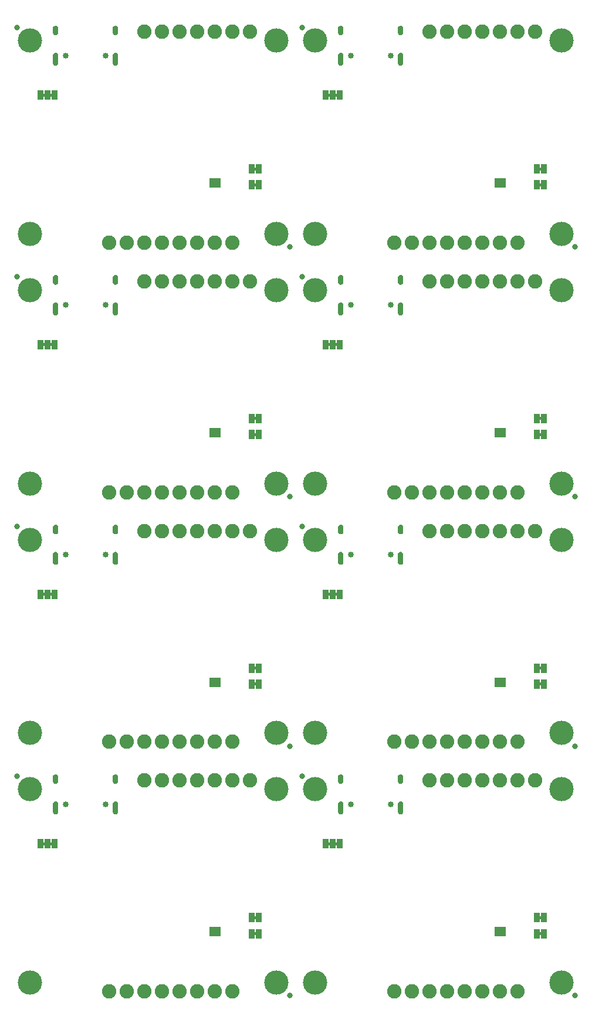
<source format=gbs>
G75*
%MOIN*%
%OFA0B0*%
%FSLAX25Y25*%
%IPPOS*%
%LPD*%
%AMOC8*
5,1,8,0,0,1.08239X$1,22.5*
%
%ADD10C,0.13800*%
%ADD11R,0.03300X0.05800*%
%ADD12C,0.00500*%
%ADD13C,0.03300*%
%ADD14C,0.08200*%
%ADD15C,0.03359*%
%ADD16C,0.00600*%
D10*
X0053342Y0048750D03*
X0053342Y0158650D03*
X0053342Y0190650D03*
X0053342Y0300550D03*
X0053342Y0332550D03*
X0053342Y0442450D03*
X0053342Y0474450D03*
X0053342Y0584350D03*
X0193342Y0584350D03*
X0215342Y0584350D03*
X0215342Y0474450D03*
X0193342Y0474450D03*
X0193342Y0442450D03*
X0215342Y0442450D03*
X0215342Y0332550D03*
X0193342Y0332550D03*
X0193342Y0300550D03*
X0215342Y0300550D03*
X0215342Y0190650D03*
X0193342Y0190650D03*
X0193342Y0158650D03*
X0215342Y0158650D03*
X0215342Y0048750D03*
X0193342Y0048750D03*
X0355342Y0048750D03*
X0355342Y0158650D03*
X0355342Y0190650D03*
X0355342Y0300550D03*
X0355342Y0332550D03*
X0355342Y0442450D03*
X0355342Y0474450D03*
X0355342Y0584350D03*
D11*
X0345342Y0511350D03*
X0341342Y0511350D03*
X0341342Y0502250D03*
X0345342Y0502250D03*
X0321942Y0503350D03*
X0318742Y0503350D03*
X0341342Y0369450D03*
X0345342Y0369450D03*
X0345342Y0360350D03*
X0341342Y0360350D03*
X0321942Y0361450D03*
X0318742Y0361450D03*
X0341342Y0227550D03*
X0345342Y0227550D03*
X0345342Y0218450D03*
X0341342Y0218450D03*
X0321942Y0219550D03*
X0318742Y0219550D03*
X0341342Y0085650D03*
X0345342Y0085650D03*
X0345342Y0076550D03*
X0341342Y0076550D03*
X0321942Y0077650D03*
X0318742Y0077650D03*
X0229342Y0127650D03*
X0225342Y0127650D03*
X0221342Y0127650D03*
X0183342Y0085650D03*
X0179342Y0085650D03*
X0179342Y0076550D03*
X0183342Y0076550D03*
X0159942Y0077650D03*
X0156742Y0077650D03*
X0156742Y0219550D03*
X0159942Y0219550D03*
X0179342Y0218450D03*
X0183342Y0218450D03*
X0183342Y0227550D03*
X0179342Y0227550D03*
X0221342Y0269550D03*
X0225342Y0269550D03*
X0229342Y0269550D03*
X0183342Y0360350D03*
X0179342Y0360350D03*
X0179342Y0369450D03*
X0183342Y0369450D03*
X0159942Y0361450D03*
X0156742Y0361450D03*
X0221342Y0411450D03*
X0225342Y0411450D03*
X0229342Y0411450D03*
X0183342Y0502250D03*
X0179342Y0502250D03*
X0179342Y0511350D03*
X0183342Y0511350D03*
X0159942Y0503350D03*
X0156742Y0503350D03*
X0221342Y0553350D03*
X0225342Y0553350D03*
X0229342Y0553350D03*
X0067342Y0553350D03*
X0063342Y0553350D03*
X0059342Y0553350D03*
X0059342Y0411450D03*
X0063342Y0411450D03*
X0067342Y0411450D03*
X0067342Y0269550D03*
X0063342Y0269550D03*
X0059342Y0269550D03*
X0059342Y0127650D03*
X0063342Y0127650D03*
X0067342Y0127650D03*
D12*
X0066092Y0127485D02*
X0060592Y0127485D01*
X0060592Y0127150D02*
X0066092Y0127150D01*
X0066092Y0128150D01*
X0060592Y0128150D01*
X0060592Y0127150D01*
X0060592Y0127984D02*
X0066092Y0127984D01*
X0066092Y0269050D02*
X0060592Y0269050D01*
X0060592Y0270050D01*
X0066092Y0270050D01*
X0066092Y0269050D01*
X0066092Y0269062D02*
X0060592Y0269062D01*
X0060592Y0269561D02*
X0066092Y0269561D01*
X0066092Y0410950D02*
X0060592Y0410950D01*
X0060592Y0411950D01*
X0066092Y0411950D01*
X0066092Y0410950D01*
X0066092Y0411138D02*
X0060592Y0411138D01*
X0060592Y0411636D02*
X0066092Y0411636D01*
X0066092Y0552850D02*
X0060592Y0552850D01*
X0060592Y0553850D01*
X0066092Y0553850D01*
X0066092Y0552850D01*
X0066092Y0553214D02*
X0060592Y0553214D01*
X0060592Y0553712D02*
X0066092Y0553712D01*
X0180592Y0511850D02*
X0180592Y0510850D01*
X0182092Y0510850D01*
X0182092Y0511850D01*
X0180592Y0511850D01*
X0180592Y0511837D02*
X0182092Y0511837D01*
X0182092Y0511339D02*
X0180592Y0511339D01*
X0180592Y0502750D02*
X0180592Y0501750D01*
X0182092Y0501750D01*
X0182092Y0502750D01*
X0180592Y0502750D01*
X0180592Y0502366D02*
X0182092Y0502366D01*
X0182092Y0501867D02*
X0180592Y0501867D01*
X0222592Y0552850D02*
X0228092Y0552850D01*
X0228092Y0553850D01*
X0222592Y0553850D01*
X0222592Y0552850D01*
X0222592Y0553214D02*
X0228092Y0553214D01*
X0228092Y0553712D02*
X0222592Y0553712D01*
X0222592Y0411950D02*
X0222592Y0410950D01*
X0228092Y0410950D01*
X0228092Y0411950D01*
X0222592Y0411950D01*
X0222592Y0411636D02*
X0228092Y0411636D01*
X0228092Y0411138D02*
X0222592Y0411138D01*
X0182092Y0369950D02*
X0182092Y0368950D01*
X0180592Y0368950D01*
X0180592Y0369950D01*
X0182092Y0369950D01*
X0182092Y0369762D02*
X0180592Y0369762D01*
X0180592Y0369263D02*
X0182092Y0369263D01*
X0182092Y0360850D02*
X0180592Y0360850D01*
X0180592Y0359850D01*
X0182092Y0359850D01*
X0182092Y0360850D01*
X0182092Y0360788D02*
X0180592Y0360788D01*
X0180592Y0360290D02*
X0182092Y0360290D01*
X0222592Y0270050D02*
X0222592Y0269050D01*
X0228092Y0269050D01*
X0228092Y0270050D01*
X0222592Y0270050D01*
X0222592Y0269561D02*
X0228092Y0269561D01*
X0228092Y0269062D02*
X0222592Y0269062D01*
X0182092Y0228050D02*
X0182092Y0227050D01*
X0180592Y0227050D01*
X0180592Y0228050D01*
X0182092Y0228050D01*
X0182092Y0227686D02*
X0180592Y0227686D01*
X0180592Y0227187D02*
X0182092Y0227187D01*
X0182092Y0218950D02*
X0180592Y0218950D01*
X0180592Y0217950D01*
X0182092Y0217950D01*
X0182092Y0218950D01*
X0182092Y0218713D02*
X0180592Y0218713D01*
X0180592Y0218214D02*
X0182092Y0218214D01*
X0222592Y0128150D02*
X0222592Y0127150D01*
X0228092Y0127150D01*
X0228092Y0128150D01*
X0222592Y0128150D01*
X0222592Y0127984D02*
X0228092Y0127984D01*
X0228092Y0127485D02*
X0222592Y0127485D01*
X0182092Y0086150D02*
X0182092Y0085150D01*
X0180592Y0085150D01*
X0180592Y0086150D01*
X0182092Y0086150D01*
X0182092Y0086109D02*
X0180592Y0086109D01*
X0180592Y0085610D02*
X0182092Y0085610D01*
X0182092Y0077050D02*
X0180592Y0077050D01*
X0180592Y0076050D01*
X0182092Y0076050D01*
X0182092Y0077050D01*
X0182092Y0076637D02*
X0180592Y0076637D01*
X0180592Y0076138D02*
X0182092Y0076138D01*
X0342592Y0076138D02*
X0344092Y0076138D01*
X0344092Y0076050D02*
X0344092Y0077050D01*
X0342592Y0077050D01*
X0342592Y0076050D01*
X0344092Y0076050D01*
X0344092Y0076637D02*
X0342592Y0076637D01*
X0342592Y0085150D02*
X0344092Y0085150D01*
X0344092Y0086150D01*
X0342592Y0086150D01*
X0342592Y0085150D01*
X0342592Y0085610D02*
X0344092Y0085610D01*
X0344092Y0086109D02*
X0342592Y0086109D01*
X0342592Y0217950D02*
X0344092Y0217950D01*
X0344092Y0218950D01*
X0342592Y0218950D01*
X0342592Y0217950D01*
X0342592Y0218214D02*
X0344092Y0218214D01*
X0344092Y0218713D02*
X0342592Y0218713D01*
X0342592Y0227050D02*
X0344092Y0227050D01*
X0344092Y0228050D01*
X0342592Y0228050D01*
X0342592Y0227050D01*
X0342592Y0227187D02*
X0344092Y0227187D01*
X0344092Y0227686D02*
X0342592Y0227686D01*
X0342592Y0359850D02*
X0344092Y0359850D01*
X0344092Y0360850D01*
X0342592Y0360850D01*
X0342592Y0359850D01*
X0342592Y0360290D02*
X0344092Y0360290D01*
X0344092Y0360788D02*
X0342592Y0360788D01*
X0342592Y0368950D02*
X0344092Y0368950D01*
X0344092Y0369950D01*
X0342592Y0369950D01*
X0342592Y0368950D01*
X0342592Y0369263D02*
X0344092Y0369263D01*
X0344092Y0369762D02*
X0342592Y0369762D01*
X0342592Y0501750D02*
X0344092Y0501750D01*
X0344092Y0502750D01*
X0342592Y0502750D01*
X0342592Y0501750D01*
X0342592Y0501867D02*
X0344092Y0501867D01*
X0344092Y0502366D02*
X0342592Y0502366D01*
X0342592Y0510850D02*
X0344092Y0510850D01*
X0344092Y0511850D01*
X0342592Y0511850D01*
X0342592Y0510850D01*
X0342592Y0511339D02*
X0344092Y0511339D01*
X0344092Y0511837D02*
X0342592Y0511837D01*
D13*
X0362842Y0466950D03*
X0362842Y0325050D03*
X0362842Y0183150D03*
X0362842Y0041250D03*
X0207842Y0166150D03*
X0200842Y0183150D03*
X0207842Y0308050D03*
X0200842Y0325050D03*
X0207842Y0449950D03*
X0200842Y0466950D03*
X0207842Y0591850D03*
X0045842Y0591850D03*
X0045842Y0449950D03*
X0045842Y0308050D03*
X0045842Y0166150D03*
X0200842Y0041250D03*
D14*
X0168342Y0043750D03*
X0158342Y0043750D03*
X0148342Y0043750D03*
X0138342Y0043750D03*
X0128342Y0043750D03*
X0118342Y0043750D03*
X0108342Y0043750D03*
X0098342Y0043750D03*
X0118342Y0163650D03*
X0128342Y0163650D03*
X0138342Y0163650D03*
X0148342Y0163650D03*
X0158342Y0163650D03*
X0168342Y0163650D03*
X0178342Y0163650D03*
X0168342Y0185650D03*
X0158342Y0185650D03*
X0148342Y0185650D03*
X0138342Y0185650D03*
X0128342Y0185650D03*
X0118342Y0185650D03*
X0108342Y0185650D03*
X0098342Y0185650D03*
X0118342Y0305550D03*
X0128342Y0305550D03*
X0138342Y0305550D03*
X0148342Y0305550D03*
X0158342Y0305550D03*
X0168342Y0305550D03*
X0178342Y0305550D03*
X0168342Y0327550D03*
X0158342Y0327550D03*
X0148342Y0327550D03*
X0138342Y0327550D03*
X0128342Y0327550D03*
X0118342Y0327550D03*
X0108342Y0327550D03*
X0098342Y0327550D03*
X0118342Y0447450D03*
X0128342Y0447450D03*
X0138342Y0447450D03*
X0148342Y0447450D03*
X0158342Y0447450D03*
X0168342Y0447450D03*
X0178342Y0447450D03*
X0168342Y0469450D03*
X0158342Y0469450D03*
X0148342Y0469450D03*
X0138342Y0469450D03*
X0128342Y0469450D03*
X0118342Y0469450D03*
X0108342Y0469450D03*
X0098342Y0469450D03*
X0118342Y0589350D03*
X0128342Y0589350D03*
X0138342Y0589350D03*
X0148342Y0589350D03*
X0158342Y0589350D03*
X0168342Y0589350D03*
X0178342Y0589350D03*
X0260342Y0469450D03*
X0270342Y0469450D03*
X0280342Y0469450D03*
X0290342Y0469450D03*
X0300342Y0469450D03*
X0310342Y0469450D03*
X0320342Y0469450D03*
X0330342Y0469450D03*
X0330342Y0447450D03*
X0320342Y0447450D03*
X0310342Y0447450D03*
X0300342Y0447450D03*
X0290342Y0447450D03*
X0280342Y0447450D03*
X0340342Y0447450D03*
X0330342Y0327550D03*
X0320342Y0327550D03*
X0310342Y0327550D03*
X0300342Y0327550D03*
X0290342Y0327550D03*
X0280342Y0327550D03*
X0270342Y0327550D03*
X0260342Y0327550D03*
X0280342Y0305550D03*
X0290342Y0305550D03*
X0300342Y0305550D03*
X0310342Y0305550D03*
X0320342Y0305550D03*
X0330342Y0305550D03*
X0340342Y0305550D03*
X0330342Y0185650D03*
X0320342Y0185650D03*
X0310342Y0185650D03*
X0300342Y0185650D03*
X0290342Y0185650D03*
X0280342Y0185650D03*
X0270342Y0185650D03*
X0260342Y0185650D03*
X0280342Y0163650D03*
X0290342Y0163650D03*
X0300342Y0163650D03*
X0310342Y0163650D03*
X0320342Y0163650D03*
X0330342Y0163650D03*
X0340342Y0163650D03*
X0330342Y0043750D03*
X0320342Y0043750D03*
X0310342Y0043750D03*
X0300342Y0043750D03*
X0290342Y0043750D03*
X0280342Y0043750D03*
X0270342Y0043750D03*
X0260342Y0043750D03*
X0280342Y0589350D03*
X0290342Y0589350D03*
X0300342Y0589350D03*
X0310342Y0589350D03*
X0320342Y0589350D03*
X0330342Y0589350D03*
X0340342Y0589350D03*
D15*
X0258120Y0575839D03*
X0235364Y0575839D03*
X0235364Y0433939D03*
X0258120Y0433939D03*
X0258120Y0292039D03*
X0235364Y0292039D03*
X0235364Y0150139D03*
X0258120Y0150139D03*
X0096120Y0150139D03*
X0073364Y0150139D03*
X0073364Y0292039D03*
X0096120Y0292039D03*
X0096120Y0433939D03*
X0073364Y0433939D03*
X0073364Y0575839D03*
X0096120Y0575839D03*
D16*
X0100569Y0575918D02*
X0100569Y0571587D01*
X0100603Y0571304D01*
X0100704Y0571038D01*
X0100866Y0570804D01*
X0101079Y0570615D01*
X0101331Y0570483D01*
X0101607Y0570415D01*
X0101892Y0570415D01*
X0102169Y0570483D01*
X0102421Y0570615D01*
X0102634Y0570804D01*
X0102795Y0571038D01*
X0102896Y0571304D01*
X0102931Y0571587D01*
X0102931Y0575918D01*
X0102896Y0576200D01*
X0102795Y0576467D01*
X0102634Y0576701D01*
X0102421Y0576890D01*
X0102169Y0577022D01*
X0101892Y0577090D01*
X0101607Y0577090D01*
X0101331Y0577022D01*
X0101079Y0576890D01*
X0100866Y0576701D01*
X0100704Y0576467D01*
X0100603Y0576200D01*
X0100569Y0575918D01*
X0100608Y0576213D02*
X0102892Y0576213D01*
X0102931Y0575615D02*
X0100569Y0575615D01*
X0100569Y0575016D02*
X0102931Y0575016D01*
X0102931Y0574418D02*
X0100569Y0574418D01*
X0100569Y0573819D02*
X0102931Y0573819D01*
X0102931Y0573221D02*
X0100569Y0573221D01*
X0100569Y0572622D02*
X0102931Y0572622D01*
X0102931Y0572024D02*
X0100569Y0572024D01*
X0100588Y0571425D02*
X0102911Y0571425D01*
X0102649Y0570827D02*
X0100850Y0570827D01*
X0100991Y0576812D02*
X0102509Y0576812D01*
X0101892Y0587796D02*
X0101607Y0587796D01*
X0101331Y0587865D01*
X0101079Y0587997D01*
X0100866Y0588186D01*
X0100704Y0588420D01*
X0100603Y0588686D01*
X0100569Y0588969D01*
X0100569Y0591410D01*
X0100603Y0591692D01*
X0100704Y0591959D01*
X0100866Y0592193D01*
X0101079Y0592382D01*
X0101331Y0592514D01*
X0101607Y0592582D01*
X0101892Y0592582D01*
X0102169Y0592514D01*
X0102421Y0592382D01*
X0102634Y0592193D01*
X0102795Y0591959D01*
X0102896Y0591692D01*
X0102931Y0591410D01*
X0102931Y0588969D01*
X0102896Y0588686D01*
X0102795Y0588420D01*
X0102634Y0588186D01*
X0102421Y0587997D01*
X0102169Y0587865D01*
X0101892Y0587796D01*
X0102631Y0588183D02*
X0100868Y0588183D01*
X0100591Y0588782D02*
X0102908Y0588782D01*
X0102931Y0589380D02*
X0100569Y0589380D01*
X0100569Y0589979D02*
X0102931Y0589979D01*
X0102931Y0590577D02*
X0100569Y0590577D01*
X0100569Y0591176D02*
X0102931Y0591176D01*
X0102865Y0591774D02*
X0100634Y0591774D01*
X0101069Y0592373D02*
X0102431Y0592373D01*
X0068915Y0591410D02*
X0068881Y0591692D01*
X0068780Y0591959D01*
X0068618Y0592193D01*
X0068405Y0592382D01*
X0068153Y0592514D01*
X0067876Y0592582D01*
X0067592Y0592582D01*
X0067315Y0592514D01*
X0067063Y0592382D01*
X0066850Y0592193D01*
X0066688Y0591959D01*
X0066587Y0591692D01*
X0066553Y0591410D01*
X0066553Y0588969D01*
X0066587Y0588686D01*
X0066688Y0588420D01*
X0066850Y0588186D01*
X0067063Y0587997D01*
X0067315Y0587865D01*
X0067592Y0587796D01*
X0067876Y0587796D01*
X0068153Y0587865D01*
X0068405Y0587997D01*
X0068618Y0588186D01*
X0068780Y0588420D01*
X0068881Y0588686D01*
X0068915Y0588969D01*
X0068915Y0591410D01*
X0068915Y0591176D02*
X0066553Y0591176D01*
X0066553Y0590577D02*
X0068915Y0590577D01*
X0068915Y0589979D02*
X0066553Y0589979D01*
X0066553Y0589380D02*
X0068915Y0589380D01*
X0068892Y0588782D02*
X0066576Y0588782D01*
X0066852Y0588183D02*
X0068615Y0588183D01*
X0068850Y0591774D02*
X0066618Y0591774D01*
X0067053Y0592373D02*
X0068415Y0592373D01*
X0067876Y0577090D02*
X0068153Y0577022D01*
X0068405Y0576890D01*
X0068618Y0576701D01*
X0068780Y0576467D01*
X0068881Y0576200D01*
X0068915Y0575918D01*
X0068915Y0571587D01*
X0068881Y0571304D01*
X0068780Y0571038D01*
X0068618Y0570804D01*
X0068405Y0570615D01*
X0068153Y0570483D01*
X0067876Y0570415D01*
X0067592Y0570415D01*
X0067315Y0570483D01*
X0067063Y0570615D01*
X0066850Y0570804D01*
X0066688Y0571038D01*
X0066587Y0571304D01*
X0066553Y0571587D01*
X0066553Y0575918D01*
X0066587Y0576200D01*
X0066688Y0576467D01*
X0066850Y0576701D01*
X0067063Y0576890D01*
X0067315Y0577022D01*
X0067592Y0577090D01*
X0067876Y0577090D01*
X0068493Y0576812D02*
X0066975Y0576812D01*
X0066592Y0576213D02*
X0068876Y0576213D01*
X0068915Y0575615D02*
X0066553Y0575615D01*
X0066553Y0575016D02*
X0068915Y0575016D01*
X0068915Y0574418D02*
X0066553Y0574418D01*
X0066553Y0573819D02*
X0068915Y0573819D01*
X0068915Y0573221D02*
X0066553Y0573221D01*
X0066553Y0572622D02*
X0068915Y0572622D01*
X0068915Y0572024D02*
X0066553Y0572024D01*
X0066573Y0571425D02*
X0068895Y0571425D01*
X0068634Y0570827D02*
X0066834Y0570827D01*
X0067592Y0450682D02*
X0067315Y0450614D01*
X0067063Y0450482D01*
X0066850Y0450293D01*
X0066688Y0450059D01*
X0066587Y0449792D01*
X0066553Y0449510D01*
X0066553Y0447069D01*
X0066587Y0446786D01*
X0066688Y0446520D01*
X0066850Y0446286D01*
X0067063Y0446097D01*
X0067315Y0445965D01*
X0067592Y0445896D01*
X0067876Y0445896D01*
X0068153Y0445965D01*
X0068405Y0446097D01*
X0068618Y0446286D01*
X0068780Y0446520D01*
X0068881Y0446786D01*
X0068915Y0447069D01*
X0068915Y0449510D01*
X0068881Y0449792D01*
X0068780Y0450059D01*
X0068618Y0450293D01*
X0068405Y0450482D01*
X0068153Y0450614D01*
X0067876Y0450682D01*
X0067592Y0450682D01*
X0067147Y0450526D02*
X0068321Y0450526D01*
X0068830Y0449927D02*
X0066638Y0449927D01*
X0066553Y0449329D02*
X0068915Y0449329D01*
X0068915Y0448730D02*
X0066553Y0448730D01*
X0066553Y0448132D02*
X0068915Y0448132D01*
X0068915Y0447533D02*
X0066553Y0447533D01*
X0066569Y0446935D02*
X0068899Y0446935D01*
X0068653Y0446336D02*
X0066815Y0446336D01*
X0067592Y0435190D02*
X0067876Y0435190D01*
X0068153Y0435122D01*
X0068405Y0434990D01*
X0068618Y0434801D01*
X0068780Y0434567D01*
X0068881Y0434300D01*
X0068915Y0434018D01*
X0068915Y0429687D01*
X0068881Y0429404D01*
X0068780Y0429138D01*
X0068618Y0428904D01*
X0068405Y0428715D01*
X0068153Y0428583D01*
X0067876Y0428515D01*
X0067592Y0428515D01*
X0067315Y0428583D01*
X0067063Y0428715D01*
X0066850Y0428904D01*
X0066688Y0429138D01*
X0066587Y0429404D01*
X0066553Y0429687D01*
X0066553Y0434018D01*
X0066587Y0434300D01*
X0066688Y0434567D01*
X0066850Y0434801D01*
X0067063Y0434990D01*
X0067315Y0435122D01*
X0067592Y0435190D01*
X0067034Y0434964D02*
X0068433Y0434964D01*
X0068856Y0434366D02*
X0066612Y0434366D01*
X0066553Y0433767D02*
X0068915Y0433767D01*
X0068915Y0433169D02*
X0066553Y0433169D01*
X0066553Y0432570D02*
X0068915Y0432570D01*
X0068915Y0431972D02*
X0066553Y0431972D01*
X0066553Y0431373D02*
X0068915Y0431373D01*
X0068915Y0430775D02*
X0066553Y0430775D01*
X0066553Y0430176D02*
X0068915Y0430176D01*
X0068902Y0429578D02*
X0066566Y0429578D01*
X0066798Y0428979D02*
X0068670Y0428979D01*
X0100569Y0429687D02*
X0100569Y0434018D01*
X0100603Y0434300D01*
X0100704Y0434567D01*
X0100866Y0434801D01*
X0101079Y0434990D01*
X0101331Y0435122D01*
X0101607Y0435190D01*
X0101892Y0435190D01*
X0102169Y0435122D01*
X0102421Y0434990D01*
X0102634Y0434801D01*
X0102795Y0434567D01*
X0102896Y0434300D01*
X0102931Y0434018D01*
X0102931Y0429687D01*
X0102896Y0429404D01*
X0102795Y0429138D01*
X0102634Y0428904D01*
X0102421Y0428715D01*
X0102169Y0428583D01*
X0101892Y0428515D01*
X0101607Y0428515D01*
X0101331Y0428583D01*
X0101079Y0428715D01*
X0100866Y0428904D01*
X0100704Y0429138D01*
X0100603Y0429404D01*
X0100569Y0429687D01*
X0100582Y0429578D02*
X0102918Y0429578D01*
X0102931Y0430176D02*
X0100569Y0430176D01*
X0100569Y0430775D02*
X0102931Y0430775D01*
X0102931Y0431373D02*
X0100569Y0431373D01*
X0100569Y0431972D02*
X0102931Y0431972D01*
X0102931Y0432570D02*
X0100569Y0432570D01*
X0100569Y0433169D02*
X0102931Y0433169D01*
X0102931Y0433767D02*
X0100569Y0433767D01*
X0100628Y0434366D02*
X0102872Y0434366D01*
X0102449Y0434964D02*
X0101050Y0434964D01*
X0100813Y0428979D02*
X0102686Y0428979D01*
X0101892Y0445896D02*
X0101607Y0445896D01*
X0101331Y0445965D01*
X0101079Y0446097D01*
X0100866Y0446286D01*
X0100704Y0446520D01*
X0100603Y0446786D01*
X0100569Y0447069D01*
X0100569Y0449510D01*
X0100603Y0449792D01*
X0100704Y0450059D01*
X0100866Y0450293D01*
X0101079Y0450482D01*
X0101331Y0450614D01*
X0101607Y0450682D01*
X0101892Y0450682D01*
X0102169Y0450614D01*
X0102421Y0450482D01*
X0102634Y0450293D01*
X0102795Y0450059D01*
X0102896Y0449792D01*
X0102931Y0449510D01*
X0102931Y0447069D01*
X0102896Y0446786D01*
X0102795Y0446520D01*
X0102634Y0446286D01*
X0102421Y0446097D01*
X0102169Y0445965D01*
X0101892Y0445896D01*
X0102669Y0446336D02*
X0100831Y0446336D01*
X0100585Y0446935D02*
X0102914Y0446935D01*
X0102931Y0447533D02*
X0100569Y0447533D01*
X0100569Y0448132D02*
X0102931Y0448132D01*
X0102931Y0448730D02*
X0100569Y0448730D01*
X0100569Y0449329D02*
X0102931Y0449329D01*
X0102845Y0449927D02*
X0100654Y0449927D01*
X0101162Y0450526D02*
X0102337Y0450526D01*
X0101892Y0308782D02*
X0102169Y0308714D01*
X0102421Y0308582D01*
X0102634Y0308393D01*
X0102795Y0308159D01*
X0102896Y0307892D01*
X0102931Y0307610D01*
X0102931Y0305169D01*
X0102896Y0304886D01*
X0102795Y0304620D01*
X0102634Y0304386D01*
X0102421Y0304197D01*
X0102169Y0304065D01*
X0101892Y0303996D01*
X0101607Y0303996D01*
X0101331Y0304065D01*
X0101079Y0304197D01*
X0100866Y0304386D01*
X0100704Y0304620D01*
X0100603Y0304886D01*
X0100569Y0305169D01*
X0100569Y0307610D01*
X0100603Y0307892D01*
X0100704Y0308159D01*
X0100866Y0308393D01*
X0101079Y0308582D01*
X0101331Y0308714D01*
X0101607Y0308782D01*
X0101892Y0308782D01*
X0102236Y0308679D02*
X0101263Y0308679D01*
X0100674Y0308080D02*
X0102825Y0308080D01*
X0102931Y0307482D02*
X0100569Y0307482D01*
X0100569Y0306883D02*
X0102931Y0306883D01*
X0102931Y0306285D02*
X0100569Y0306285D01*
X0100569Y0305686D02*
X0102931Y0305686D01*
X0102921Y0305088D02*
X0100578Y0305088D01*
X0100794Y0304489D02*
X0102705Y0304489D01*
X0101892Y0293290D02*
X0102169Y0293222D01*
X0102421Y0293090D01*
X0102634Y0292901D01*
X0102795Y0292667D01*
X0102896Y0292400D01*
X0102931Y0292118D01*
X0102931Y0287787D01*
X0102896Y0287504D01*
X0102795Y0287238D01*
X0102634Y0287004D01*
X0102421Y0286815D01*
X0102169Y0286683D01*
X0101892Y0286615D01*
X0101607Y0286615D01*
X0101331Y0286683D01*
X0101079Y0286815D01*
X0100866Y0287004D01*
X0100704Y0287238D01*
X0100603Y0287504D01*
X0100569Y0287787D01*
X0100569Y0292118D01*
X0100603Y0292400D01*
X0100704Y0292667D01*
X0100866Y0292901D01*
X0101079Y0293090D01*
X0101331Y0293222D01*
X0101607Y0293290D01*
X0101892Y0293290D01*
X0102368Y0293117D02*
X0101131Y0293117D01*
X0100648Y0292519D02*
X0102852Y0292519D01*
X0102931Y0291920D02*
X0100569Y0291920D01*
X0100569Y0291322D02*
X0102931Y0291322D01*
X0102931Y0290723D02*
X0100569Y0290723D01*
X0100569Y0290125D02*
X0102931Y0290125D01*
X0102931Y0289526D02*
X0100569Y0289526D01*
X0100569Y0288928D02*
X0102931Y0288928D01*
X0102931Y0288329D02*
X0100569Y0288329D01*
X0100575Y0287731D02*
X0102924Y0287731D01*
X0102722Y0287132D02*
X0100777Y0287132D01*
X0068915Y0287787D02*
X0068881Y0287504D01*
X0068780Y0287238D01*
X0068618Y0287004D01*
X0068405Y0286815D01*
X0068153Y0286683D01*
X0067876Y0286615D01*
X0067592Y0286615D01*
X0067315Y0286683D01*
X0067063Y0286815D01*
X0066850Y0287004D01*
X0066688Y0287238D01*
X0066587Y0287504D01*
X0066553Y0287787D01*
X0066553Y0292118D01*
X0066587Y0292400D01*
X0066688Y0292667D01*
X0066850Y0292901D01*
X0067063Y0293090D01*
X0067315Y0293222D01*
X0067592Y0293290D01*
X0067876Y0293290D01*
X0068153Y0293222D01*
X0068405Y0293090D01*
X0068618Y0292901D01*
X0068780Y0292667D01*
X0068881Y0292400D01*
X0068915Y0292118D01*
X0068915Y0287787D01*
X0068908Y0287731D02*
X0066560Y0287731D01*
X0066553Y0288329D02*
X0068915Y0288329D01*
X0068915Y0288928D02*
X0066553Y0288928D01*
X0066553Y0289526D02*
X0068915Y0289526D01*
X0068915Y0290125D02*
X0066553Y0290125D01*
X0066553Y0290723D02*
X0068915Y0290723D01*
X0068915Y0291322D02*
X0066553Y0291322D01*
X0066553Y0291920D02*
X0068915Y0291920D01*
X0068836Y0292519D02*
X0066632Y0292519D01*
X0067116Y0293117D02*
X0068352Y0293117D01*
X0068707Y0287132D02*
X0066761Y0287132D01*
X0067592Y0303996D02*
X0067876Y0303996D01*
X0068153Y0304065D01*
X0068405Y0304197D01*
X0068618Y0304386D01*
X0068780Y0304620D01*
X0068881Y0304886D01*
X0068915Y0305169D01*
X0068915Y0307610D01*
X0068881Y0307892D01*
X0068780Y0308159D01*
X0068618Y0308393D01*
X0068405Y0308582D01*
X0068153Y0308714D01*
X0067876Y0308782D01*
X0067592Y0308782D01*
X0067315Y0308714D01*
X0067063Y0308582D01*
X0066850Y0308393D01*
X0066688Y0308159D01*
X0066587Y0307892D01*
X0066553Y0307610D01*
X0066553Y0305169D01*
X0066587Y0304886D01*
X0066688Y0304620D01*
X0066850Y0304386D01*
X0067063Y0304197D01*
X0067315Y0304065D01*
X0067592Y0303996D01*
X0066779Y0304489D02*
X0068689Y0304489D01*
X0068905Y0305088D02*
X0066563Y0305088D01*
X0066553Y0305686D02*
X0068915Y0305686D01*
X0068915Y0306285D02*
X0066553Y0306285D01*
X0066553Y0306883D02*
X0068915Y0306883D01*
X0068915Y0307482D02*
X0066553Y0307482D01*
X0066658Y0308080D02*
X0068810Y0308080D01*
X0068221Y0308679D02*
X0067247Y0308679D01*
X0067592Y0166882D02*
X0067315Y0166814D01*
X0067063Y0166682D01*
X0066850Y0166493D01*
X0066688Y0166259D01*
X0066587Y0165992D01*
X0066553Y0165710D01*
X0066553Y0163269D01*
X0066587Y0162986D01*
X0066688Y0162720D01*
X0066850Y0162486D01*
X0067063Y0162297D01*
X0067315Y0162165D01*
X0067592Y0162096D01*
X0067876Y0162096D01*
X0068153Y0162165D01*
X0068405Y0162297D01*
X0068618Y0162486D01*
X0068780Y0162720D01*
X0068881Y0162986D01*
X0068915Y0163269D01*
X0068915Y0165710D01*
X0068881Y0165992D01*
X0068780Y0166259D01*
X0068618Y0166493D01*
X0068405Y0166682D01*
X0068153Y0166814D01*
X0067876Y0166882D01*
X0067592Y0166882D01*
X0067385Y0166831D02*
X0068083Y0166831D01*
X0068790Y0166233D02*
X0066678Y0166233D01*
X0066553Y0165634D02*
X0068915Y0165634D01*
X0068915Y0165036D02*
X0066553Y0165036D01*
X0066553Y0164437D02*
X0068915Y0164437D01*
X0068915Y0163839D02*
X0066553Y0163839D01*
X0066556Y0163240D02*
X0068912Y0163240D01*
X0068726Y0162642D02*
X0066742Y0162642D01*
X0067592Y0151390D02*
X0067876Y0151390D01*
X0068153Y0151322D01*
X0068405Y0151190D01*
X0068618Y0151001D01*
X0068780Y0150767D01*
X0068881Y0150500D01*
X0068915Y0150218D01*
X0068915Y0145887D01*
X0068881Y0145604D01*
X0068780Y0145338D01*
X0068618Y0145104D01*
X0068405Y0144915D01*
X0068153Y0144783D01*
X0067876Y0144715D01*
X0067592Y0144715D01*
X0067315Y0144783D01*
X0067063Y0144915D01*
X0066850Y0145104D01*
X0066688Y0145338D01*
X0066587Y0145604D01*
X0066553Y0145887D01*
X0066553Y0150218D01*
X0066587Y0150500D01*
X0066688Y0150767D01*
X0066850Y0151001D01*
X0067063Y0151190D01*
X0067315Y0151322D01*
X0067592Y0151390D01*
X0067216Y0151270D02*
X0068252Y0151270D01*
X0068816Y0150672D02*
X0066652Y0150672D01*
X0066553Y0150073D02*
X0068915Y0150073D01*
X0068915Y0149475D02*
X0066553Y0149475D01*
X0066553Y0148876D02*
X0068915Y0148876D01*
X0068915Y0148278D02*
X0066553Y0148278D01*
X0066553Y0147679D02*
X0068915Y0147679D01*
X0068915Y0147081D02*
X0066553Y0147081D01*
X0066553Y0146482D02*
X0068915Y0146482D01*
X0068915Y0145884D02*
X0066553Y0145884D01*
X0066725Y0145285D02*
X0068743Y0145285D01*
X0100569Y0145887D02*
X0100569Y0150218D01*
X0100603Y0150500D01*
X0100704Y0150767D01*
X0100866Y0151001D01*
X0101079Y0151190D01*
X0101331Y0151322D01*
X0101607Y0151390D01*
X0101892Y0151390D01*
X0102169Y0151322D01*
X0102421Y0151190D01*
X0102634Y0151001D01*
X0102795Y0150767D01*
X0102896Y0150500D01*
X0102931Y0150218D01*
X0102931Y0145887D01*
X0102896Y0145604D01*
X0102795Y0145338D01*
X0102634Y0145104D01*
X0102421Y0144915D01*
X0102169Y0144783D01*
X0101892Y0144715D01*
X0101607Y0144715D01*
X0101331Y0144783D01*
X0101079Y0144915D01*
X0100866Y0145104D01*
X0100704Y0145338D01*
X0100603Y0145604D01*
X0100569Y0145887D01*
X0100569Y0145884D02*
X0102930Y0145884D01*
X0102931Y0146482D02*
X0100569Y0146482D01*
X0100569Y0147081D02*
X0102931Y0147081D01*
X0102931Y0147679D02*
X0100569Y0147679D01*
X0100569Y0148278D02*
X0102931Y0148278D01*
X0102931Y0148876D02*
X0100569Y0148876D01*
X0100569Y0149475D02*
X0102931Y0149475D01*
X0102931Y0150073D02*
X0100569Y0150073D01*
X0100668Y0150672D02*
X0102832Y0150672D01*
X0102267Y0151270D02*
X0101232Y0151270D01*
X0100741Y0145285D02*
X0102759Y0145285D01*
X0101892Y0162096D02*
X0101607Y0162096D01*
X0101331Y0162165D01*
X0101079Y0162297D01*
X0100866Y0162486D01*
X0100704Y0162720D01*
X0100603Y0162986D01*
X0100569Y0163269D01*
X0100569Y0165710D01*
X0100603Y0165992D01*
X0100704Y0166259D01*
X0100866Y0166493D01*
X0101079Y0166682D01*
X0101331Y0166814D01*
X0101607Y0166882D01*
X0101892Y0166882D01*
X0102169Y0166814D01*
X0102421Y0166682D01*
X0102634Y0166493D01*
X0102795Y0166259D01*
X0102896Y0165992D01*
X0102931Y0165710D01*
X0102931Y0163269D01*
X0102896Y0162986D01*
X0102795Y0162720D01*
X0102634Y0162486D01*
X0102421Y0162297D01*
X0102169Y0162165D01*
X0101892Y0162096D01*
X0102742Y0162642D02*
X0100758Y0162642D01*
X0100572Y0163240D02*
X0102927Y0163240D01*
X0102931Y0163839D02*
X0100569Y0163839D01*
X0100569Y0164437D02*
X0102931Y0164437D01*
X0102931Y0165036D02*
X0100569Y0165036D01*
X0100569Y0165634D02*
X0102931Y0165634D01*
X0102805Y0166233D02*
X0100694Y0166233D01*
X0101401Y0166831D02*
X0102099Y0166831D01*
X0228553Y0165710D02*
X0228553Y0163269D01*
X0228587Y0162986D01*
X0228688Y0162720D01*
X0228850Y0162486D01*
X0229063Y0162297D01*
X0229315Y0162165D01*
X0229592Y0162096D01*
X0229876Y0162096D01*
X0230153Y0162165D01*
X0230405Y0162297D01*
X0230618Y0162486D01*
X0230780Y0162720D01*
X0230881Y0162986D01*
X0230915Y0163269D01*
X0230915Y0165710D01*
X0230881Y0165992D01*
X0230780Y0166259D01*
X0230618Y0166493D01*
X0230405Y0166682D01*
X0230153Y0166814D01*
X0229876Y0166882D01*
X0229592Y0166882D01*
X0229315Y0166814D01*
X0229063Y0166682D01*
X0228850Y0166493D01*
X0228688Y0166259D01*
X0228587Y0165992D01*
X0228553Y0165710D01*
X0228553Y0165634D02*
X0230915Y0165634D01*
X0230915Y0165036D02*
X0228553Y0165036D01*
X0228553Y0164437D02*
X0230915Y0164437D01*
X0230915Y0163839D02*
X0228553Y0163839D01*
X0228556Y0163240D02*
X0230912Y0163240D01*
X0230726Y0162642D02*
X0228742Y0162642D01*
X0228678Y0166233D02*
X0230790Y0166233D01*
X0230083Y0166831D02*
X0229385Y0166831D01*
X0229592Y0151390D02*
X0229876Y0151390D01*
X0230153Y0151322D01*
X0230405Y0151190D01*
X0230618Y0151001D01*
X0230780Y0150767D01*
X0230881Y0150500D01*
X0230915Y0150218D01*
X0230915Y0145887D01*
X0230881Y0145604D01*
X0230780Y0145338D01*
X0230618Y0145104D01*
X0230405Y0144915D01*
X0230153Y0144783D01*
X0229876Y0144715D01*
X0229592Y0144715D01*
X0229315Y0144783D01*
X0229063Y0144915D01*
X0228850Y0145104D01*
X0228688Y0145338D01*
X0228587Y0145604D01*
X0228553Y0145887D01*
X0228553Y0150218D01*
X0228587Y0150500D01*
X0228688Y0150767D01*
X0228850Y0151001D01*
X0229063Y0151190D01*
X0229315Y0151322D01*
X0229592Y0151390D01*
X0229216Y0151270D02*
X0230252Y0151270D01*
X0230816Y0150672D02*
X0228652Y0150672D01*
X0228553Y0150073D02*
X0230915Y0150073D01*
X0230915Y0149475D02*
X0228553Y0149475D01*
X0228553Y0148876D02*
X0230915Y0148876D01*
X0230915Y0148278D02*
X0228553Y0148278D01*
X0228553Y0147679D02*
X0230915Y0147679D01*
X0230915Y0147081D02*
X0228553Y0147081D01*
X0228553Y0146482D02*
X0230915Y0146482D01*
X0230915Y0145884D02*
X0228553Y0145884D01*
X0228725Y0145285D02*
X0230743Y0145285D01*
X0262569Y0145887D02*
X0262569Y0150218D01*
X0262603Y0150500D01*
X0262704Y0150767D01*
X0262866Y0151001D01*
X0263079Y0151190D01*
X0263331Y0151322D01*
X0263607Y0151390D01*
X0263892Y0151390D01*
X0264169Y0151322D01*
X0264421Y0151190D01*
X0264634Y0151001D01*
X0264795Y0150767D01*
X0264896Y0150500D01*
X0264931Y0150218D01*
X0264931Y0145887D01*
X0264896Y0145604D01*
X0264795Y0145338D01*
X0264634Y0145104D01*
X0264421Y0144915D01*
X0264169Y0144783D01*
X0263892Y0144715D01*
X0263607Y0144715D01*
X0263331Y0144783D01*
X0263079Y0144915D01*
X0262866Y0145104D01*
X0262704Y0145338D01*
X0262603Y0145604D01*
X0262569Y0145887D01*
X0262569Y0145884D02*
X0264930Y0145884D01*
X0264931Y0146482D02*
X0262569Y0146482D01*
X0262569Y0147081D02*
X0264931Y0147081D01*
X0264931Y0147679D02*
X0262569Y0147679D01*
X0262569Y0148278D02*
X0264931Y0148278D01*
X0264931Y0148876D02*
X0262569Y0148876D01*
X0262569Y0149475D02*
X0264931Y0149475D01*
X0264931Y0150073D02*
X0262569Y0150073D01*
X0262668Y0150672D02*
X0264832Y0150672D01*
X0264267Y0151270D02*
X0263232Y0151270D01*
X0262741Y0145285D02*
X0264759Y0145285D01*
X0263892Y0162096D02*
X0263607Y0162096D01*
X0263331Y0162165D01*
X0263079Y0162297D01*
X0262866Y0162486D01*
X0262704Y0162720D01*
X0262603Y0162986D01*
X0262569Y0163269D01*
X0262569Y0165710D01*
X0262603Y0165992D01*
X0262704Y0166259D01*
X0262866Y0166493D01*
X0263079Y0166682D01*
X0263331Y0166814D01*
X0263607Y0166882D01*
X0263892Y0166882D01*
X0264169Y0166814D01*
X0264421Y0166682D01*
X0264634Y0166493D01*
X0264795Y0166259D01*
X0264896Y0165992D01*
X0264931Y0165710D01*
X0264931Y0163269D01*
X0264896Y0162986D01*
X0264795Y0162720D01*
X0264634Y0162486D01*
X0264421Y0162297D01*
X0264169Y0162165D01*
X0263892Y0162096D01*
X0264742Y0162642D02*
X0262758Y0162642D01*
X0262572Y0163240D02*
X0264927Y0163240D01*
X0264931Y0163839D02*
X0262569Y0163839D01*
X0262569Y0164437D02*
X0264931Y0164437D01*
X0264931Y0165036D02*
X0262569Y0165036D01*
X0262569Y0165634D02*
X0264931Y0165634D01*
X0264805Y0166233D02*
X0262694Y0166233D01*
X0263401Y0166831D02*
X0264099Y0166831D01*
X0263892Y0286615D02*
X0263607Y0286615D01*
X0263331Y0286683D01*
X0263079Y0286815D01*
X0262866Y0287004D01*
X0262704Y0287238D01*
X0262603Y0287504D01*
X0262569Y0287787D01*
X0262569Y0292118D01*
X0262603Y0292400D01*
X0262704Y0292667D01*
X0262866Y0292901D01*
X0263079Y0293090D01*
X0263331Y0293222D01*
X0263607Y0293290D01*
X0263892Y0293290D01*
X0264169Y0293222D01*
X0264421Y0293090D01*
X0264634Y0292901D01*
X0264795Y0292667D01*
X0264896Y0292400D01*
X0264931Y0292118D01*
X0264931Y0287787D01*
X0264896Y0287504D01*
X0264795Y0287238D01*
X0264634Y0287004D01*
X0264421Y0286815D01*
X0264169Y0286683D01*
X0263892Y0286615D01*
X0264722Y0287132D02*
X0262777Y0287132D01*
X0262575Y0287731D02*
X0264924Y0287731D01*
X0264931Y0288329D02*
X0262569Y0288329D01*
X0262569Y0288928D02*
X0264931Y0288928D01*
X0264931Y0289526D02*
X0262569Y0289526D01*
X0262569Y0290125D02*
X0264931Y0290125D01*
X0264931Y0290723D02*
X0262569Y0290723D01*
X0262569Y0291322D02*
X0264931Y0291322D01*
X0264931Y0291920D02*
X0262569Y0291920D01*
X0262648Y0292519D02*
X0264852Y0292519D01*
X0264368Y0293117D02*
X0263131Y0293117D01*
X0263607Y0303996D02*
X0263331Y0304065D01*
X0263079Y0304197D01*
X0262866Y0304386D01*
X0262704Y0304620D01*
X0262603Y0304886D01*
X0262569Y0305169D01*
X0262569Y0307610D01*
X0262603Y0307892D01*
X0262704Y0308159D01*
X0262866Y0308393D01*
X0263079Y0308582D01*
X0263331Y0308714D01*
X0263607Y0308782D01*
X0263892Y0308782D01*
X0264169Y0308714D01*
X0264421Y0308582D01*
X0264634Y0308393D01*
X0264795Y0308159D01*
X0264896Y0307892D01*
X0264931Y0307610D01*
X0264931Y0305169D01*
X0264896Y0304886D01*
X0264795Y0304620D01*
X0264634Y0304386D01*
X0264421Y0304197D01*
X0264169Y0304065D01*
X0263892Y0303996D01*
X0263607Y0303996D01*
X0262794Y0304489D02*
X0264705Y0304489D01*
X0264921Y0305088D02*
X0262578Y0305088D01*
X0262569Y0305686D02*
X0264931Y0305686D01*
X0264931Y0306285D02*
X0262569Y0306285D01*
X0262569Y0306883D02*
X0264931Y0306883D01*
X0264931Y0307482D02*
X0262569Y0307482D01*
X0262674Y0308080D02*
X0264825Y0308080D01*
X0264236Y0308679D02*
X0263263Y0308679D01*
X0230915Y0307610D02*
X0230881Y0307892D01*
X0230780Y0308159D01*
X0230618Y0308393D01*
X0230405Y0308582D01*
X0230153Y0308714D01*
X0229876Y0308782D01*
X0229592Y0308782D01*
X0229315Y0308714D01*
X0229063Y0308582D01*
X0228850Y0308393D01*
X0228688Y0308159D01*
X0228587Y0307892D01*
X0228553Y0307610D01*
X0228553Y0305169D01*
X0228587Y0304886D01*
X0228688Y0304620D01*
X0228850Y0304386D01*
X0229063Y0304197D01*
X0229315Y0304065D01*
X0229592Y0303996D01*
X0229876Y0303996D01*
X0230153Y0304065D01*
X0230405Y0304197D01*
X0230618Y0304386D01*
X0230780Y0304620D01*
X0230881Y0304886D01*
X0230915Y0305169D01*
X0230915Y0307610D01*
X0230915Y0307482D02*
X0228553Y0307482D01*
X0228553Y0306883D02*
X0230915Y0306883D01*
X0230915Y0306285D02*
X0228553Y0306285D01*
X0228553Y0305686D02*
X0230915Y0305686D01*
X0230905Y0305088D02*
X0228563Y0305088D01*
X0228779Y0304489D02*
X0230689Y0304489D01*
X0230810Y0308080D02*
X0228658Y0308080D01*
X0229247Y0308679D02*
X0230221Y0308679D01*
X0229876Y0293290D02*
X0230153Y0293222D01*
X0230405Y0293090D01*
X0230618Y0292901D01*
X0230780Y0292667D01*
X0230881Y0292400D01*
X0230915Y0292118D01*
X0230915Y0287787D01*
X0230881Y0287504D01*
X0230780Y0287238D01*
X0230618Y0287004D01*
X0230405Y0286815D01*
X0230153Y0286683D01*
X0229876Y0286615D01*
X0229592Y0286615D01*
X0229315Y0286683D01*
X0229063Y0286815D01*
X0228850Y0287004D01*
X0228688Y0287238D01*
X0228587Y0287504D01*
X0228553Y0287787D01*
X0228553Y0292118D01*
X0228587Y0292400D01*
X0228688Y0292667D01*
X0228850Y0292901D01*
X0229063Y0293090D01*
X0229315Y0293222D01*
X0229592Y0293290D01*
X0229876Y0293290D01*
X0230352Y0293117D02*
X0229116Y0293117D01*
X0228632Y0292519D02*
X0230836Y0292519D01*
X0230915Y0291920D02*
X0228553Y0291920D01*
X0228553Y0291322D02*
X0230915Y0291322D01*
X0230915Y0290723D02*
X0228553Y0290723D01*
X0228553Y0290125D02*
X0230915Y0290125D01*
X0230915Y0289526D02*
X0228553Y0289526D01*
X0228553Y0288928D02*
X0230915Y0288928D01*
X0230915Y0288329D02*
X0228553Y0288329D01*
X0228560Y0287731D02*
X0230908Y0287731D01*
X0230707Y0287132D02*
X0228761Y0287132D01*
X0229592Y0428515D02*
X0229315Y0428583D01*
X0229063Y0428715D01*
X0228850Y0428904D01*
X0228688Y0429138D01*
X0228587Y0429404D01*
X0228553Y0429687D01*
X0228553Y0434018D01*
X0228587Y0434300D01*
X0228688Y0434567D01*
X0228850Y0434801D01*
X0229063Y0434990D01*
X0229315Y0435122D01*
X0229592Y0435190D01*
X0229876Y0435190D01*
X0230153Y0435122D01*
X0230405Y0434990D01*
X0230618Y0434801D01*
X0230780Y0434567D01*
X0230881Y0434300D01*
X0230915Y0434018D01*
X0230915Y0429687D01*
X0230881Y0429404D01*
X0230780Y0429138D01*
X0230618Y0428904D01*
X0230405Y0428715D01*
X0230153Y0428583D01*
X0229876Y0428515D01*
X0229592Y0428515D01*
X0228798Y0428979D02*
X0230670Y0428979D01*
X0230902Y0429578D02*
X0228566Y0429578D01*
X0228553Y0430176D02*
X0230915Y0430176D01*
X0230915Y0430775D02*
X0228553Y0430775D01*
X0228553Y0431373D02*
X0230915Y0431373D01*
X0230915Y0431972D02*
X0228553Y0431972D01*
X0228553Y0432570D02*
X0230915Y0432570D01*
X0230915Y0433169D02*
X0228553Y0433169D01*
X0228553Y0433767D02*
X0230915Y0433767D01*
X0230856Y0434366D02*
X0228612Y0434366D01*
X0229034Y0434964D02*
X0230433Y0434964D01*
X0229876Y0445896D02*
X0230153Y0445965D01*
X0230405Y0446097D01*
X0230618Y0446286D01*
X0230780Y0446520D01*
X0230881Y0446786D01*
X0230915Y0447069D01*
X0230915Y0449510D01*
X0230881Y0449792D01*
X0230780Y0450059D01*
X0230618Y0450293D01*
X0230405Y0450482D01*
X0230153Y0450614D01*
X0229876Y0450682D01*
X0229592Y0450682D01*
X0229315Y0450614D01*
X0229063Y0450482D01*
X0228850Y0450293D01*
X0228688Y0450059D01*
X0228587Y0449792D01*
X0228553Y0449510D01*
X0228553Y0447069D01*
X0228587Y0446786D01*
X0228688Y0446520D01*
X0228850Y0446286D01*
X0229063Y0446097D01*
X0229315Y0445965D01*
X0229592Y0445896D01*
X0229876Y0445896D01*
X0230653Y0446336D02*
X0228815Y0446336D01*
X0228569Y0446935D02*
X0230899Y0446935D01*
X0230915Y0447533D02*
X0228553Y0447533D01*
X0228553Y0448132D02*
X0230915Y0448132D01*
X0230915Y0448730D02*
X0228553Y0448730D01*
X0228553Y0449329D02*
X0230915Y0449329D01*
X0230830Y0449927D02*
X0228638Y0449927D01*
X0229147Y0450526D02*
X0230321Y0450526D01*
X0262569Y0449510D02*
X0262569Y0447069D01*
X0262603Y0446786D01*
X0262704Y0446520D01*
X0262866Y0446286D01*
X0263079Y0446097D01*
X0263331Y0445965D01*
X0263607Y0445896D01*
X0263892Y0445896D01*
X0264169Y0445965D01*
X0264421Y0446097D01*
X0264634Y0446286D01*
X0264795Y0446520D01*
X0264896Y0446786D01*
X0264931Y0447069D01*
X0264931Y0449510D01*
X0264896Y0449792D01*
X0264795Y0450059D01*
X0264634Y0450293D01*
X0264421Y0450482D01*
X0264169Y0450614D01*
X0263892Y0450682D01*
X0263607Y0450682D01*
X0263331Y0450614D01*
X0263079Y0450482D01*
X0262866Y0450293D01*
X0262704Y0450059D01*
X0262603Y0449792D01*
X0262569Y0449510D01*
X0262569Y0449329D02*
X0264931Y0449329D01*
X0264931Y0448730D02*
X0262569Y0448730D01*
X0262569Y0448132D02*
X0264931Y0448132D01*
X0264931Y0447533D02*
X0262569Y0447533D01*
X0262585Y0446935D02*
X0264914Y0446935D01*
X0264669Y0446336D02*
X0262831Y0446336D01*
X0262654Y0449927D02*
X0264845Y0449927D01*
X0264337Y0450526D02*
X0263162Y0450526D01*
X0263607Y0435190D02*
X0263892Y0435190D01*
X0264169Y0435122D01*
X0264421Y0434990D01*
X0264634Y0434801D01*
X0264795Y0434567D01*
X0264896Y0434300D01*
X0264931Y0434018D01*
X0264931Y0429687D01*
X0264896Y0429404D01*
X0264795Y0429138D01*
X0264634Y0428904D01*
X0264421Y0428715D01*
X0264169Y0428583D01*
X0263892Y0428515D01*
X0263607Y0428515D01*
X0263331Y0428583D01*
X0263079Y0428715D01*
X0262866Y0428904D01*
X0262704Y0429138D01*
X0262603Y0429404D01*
X0262569Y0429687D01*
X0262569Y0434018D01*
X0262603Y0434300D01*
X0262704Y0434567D01*
X0262866Y0434801D01*
X0263079Y0434990D01*
X0263331Y0435122D01*
X0263607Y0435190D01*
X0263050Y0434964D02*
X0264449Y0434964D01*
X0264872Y0434366D02*
X0262628Y0434366D01*
X0262569Y0433767D02*
X0264931Y0433767D01*
X0264931Y0433169D02*
X0262569Y0433169D01*
X0262569Y0432570D02*
X0264931Y0432570D01*
X0264931Y0431972D02*
X0262569Y0431972D01*
X0262569Y0431373D02*
X0264931Y0431373D01*
X0264931Y0430775D02*
X0262569Y0430775D01*
X0262569Y0430176D02*
X0264931Y0430176D01*
X0264918Y0429578D02*
X0262582Y0429578D01*
X0262813Y0428979D02*
X0264686Y0428979D01*
X0263892Y0570415D02*
X0263607Y0570415D01*
X0263331Y0570483D01*
X0263079Y0570615D01*
X0262866Y0570804D01*
X0262704Y0571038D01*
X0262603Y0571304D01*
X0262569Y0571587D01*
X0262569Y0575918D01*
X0262603Y0576200D01*
X0262704Y0576467D01*
X0262866Y0576701D01*
X0263079Y0576890D01*
X0263331Y0577022D01*
X0263607Y0577090D01*
X0263892Y0577090D01*
X0264169Y0577022D01*
X0264421Y0576890D01*
X0264634Y0576701D01*
X0264795Y0576467D01*
X0264896Y0576200D01*
X0264931Y0575918D01*
X0264931Y0571587D01*
X0264896Y0571304D01*
X0264795Y0571038D01*
X0264634Y0570804D01*
X0264421Y0570615D01*
X0264169Y0570483D01*
X0263892Y0570415D01*
X0264649Y0570827D02*
X0262850Y0570827D01*
X0262588Y0571425D02*
X0264911Y0571425D01*
X0264931Y0572024D02*
X0262569Y0572024D01*
X0262569Y0572622D02*
X0264931Y0572622D01*
X0264931Y0573221D02*
X0262569Y0573221D01*
X0262569Y0573819D02*
X0264931Y0573819D01*
X0264931Y0574418D02*
X0262569Y0574418D01*
X0262569Y0575016D02*
X0264931Y0575016D01*
X0264931Y0575615D02*
X0262569Y0575615D01*
X0262608Y0576213D02*
X0264892Y0576213D01*
X0264509Y0576812D02*
X0262991Y0576812D01*
X0263607Y0587796D02*
X0263331Y0587865D01*
X0263079Y0587997D01*
X0262866Y0588186D01*
X0262704Y0588420D01*
X0262603Y0588686D01*
X0262569Y0588969D01*
X0262569Y0591410D01*
X0262603Y0591692D01*
X0262704Y0591959D01*
X0262866Y0592193D01*
X0263079Y0592382D01*
X0263331Y0592514D01*
X0263607Y0592582D01*
X0263892Y0592582D01*
X0264169Y0592514D01*
X0264421Y0592382D01*
X0264634Y0592193D01*
X0264795Y0591959D01*
X0264896Y0591692D01*
X0264931Y0591410D01*
X0264931Y0588969D01*
X0264896Y0588686D01*
X0264795Y0588420D01*
X0264634Y0588186D01*
X0264421Y0587997D01*
X0264169Y0587865D01*
X0263892Y0587796D01*
X0263607Y0587796D01*
X0262868Y0588183D02*
X0264631Y0588183D01*
X0264908Y0588782D02*
X0262591Y0588782D01*
X0262569Y0589380D02*
X0264931Y0589380D01*
X0264931Y0589979D02*
X0262569Y0589979D01*
X0262569Y0590577D02*
X0264931Y0590577D01*
X0264931Y0591176D02*
X0262569Y0591176D01*
X0262634Y0591774D02*
X0264865Y0591774D01*
X0264431Y0592373D02*
X0263069Y0592373D01*
X0230915Y0591410D02*
X0230881Y0591692D01*
X0230780Y0591959D01*
X0230618Y0592193D01*
X0230405Y0592382D01*
X0230153Y0592514D01*
X0229876Y0592582D01*
X0229592Y0592582D01*
X0229315Y0592514D01*
X0229063Y0592382D01*
X0228850Y0592193D01*
X0228688Y0591959D01*
X0228587Y0591692D01*
X0228553Y0591410D01*
X0228553Y0588969D01*
X0228587Y0588686D01*
X0228688Y0588420D01*
X0228850Y0588186D01*
X0229063Y0587997D01*
X0229315Y0587865D01*
X0229592Y0587796D01*
X0229876Y0587796D01*
X0230153Y0587865D01*
X0230405Y0587997D01*
X0230618Y0588186D01*
X0230780Y0588420D01*
X0230881Y0588686D01*
X0230915Y0588969D01*
X0230915Y0591410D01*
X0230915Y0591176D02*
X0228553Y0591176D01*
X0228553Y0590577D02*
X0230915Y0590577D01*
X0230915Y0589979D02*
X0228553Y0589979D01*
X0228553Y0589380D02*
X0230915Y0589380D01*
X0230892Y0588782D02*
X0228576Y0588782D01*
X0228852Y0588183D02*
X0230615Y0588183D01*
X0230850Y0591774D02*
X0228618Y0591774D01*
X0229053Y0592373D02*
X0230415Y0592373D01*
X0229876Y0577090D02*
X0230153Y0577022D01*
X0230405Y0576890D01*
X0230618Y0576701D01*
X0230780Y0576467D01*
X0230881Y0576200D01*
X0230915Y0575918D01*
X0230915Y0571587D01*
X0230881Y0571304D01*
X0230780Y0571038D01*
X0230618Y0570804D01*
X0230405Y0570615D01*
X0230153Y0570483D01*
X0229876Y0570415D01*
X0229592Y0570415D01*
X0229315Y0570483D01*
X0229063Y0570615D01*
X0228850Y0570804D01*
X0228688Y0571038D01*
X0228587Y0571304D01*
X0228553Y0571587D01*
X0228553Y0575918D01*
X0228587Y0576200D01*
X0228688Y0576467D01*
X0228850Y0576701D01*
X0229063Y0576890D01*
X0229315Y0577022D01*
X0229592Y0577090D01*
X0229876Y0577090D01*
X0230493Y0576812D02*
X0228975Y0576812D01*
X0228592Y0576213D02*
X0230876Y0576213D01*
X0230915Y0575615D02*
X0228553Y0575615D01*
X0228553Y0575016D02*
X0230915Y0575016D01*
X0230915Y0574418D02*
X0228553Y0574418D01*
X0228553Y0573819D02*
X0230915Y0573819D01*
X0230915Y0573221D02*
X0228553Y0573221D01*
X0228553Y0572622D02*
X0230915Y0572622D01*
X0230915Y0572024D02*
X0228553Y0572024D01*
X0228573Y0571425D02*
X0230895Y0571425D01*
X0230634Y0570827D02*
X0228834Y0570827D01*
M02*

</source>
